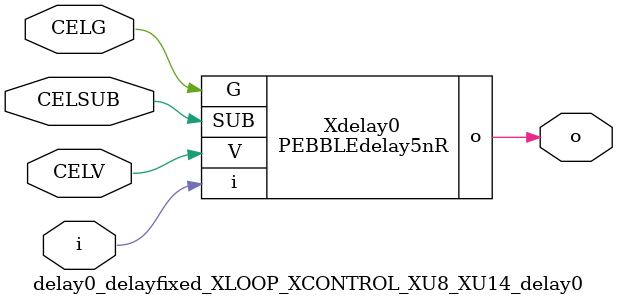
<source format=v>



module PEBBLEdelay5nR ( o, V, G, i, SUB );

  input V;
  input i;
  input G;
  output o;
  input SUB;
endmodule

//Celera Confidential Do Not Copy delay0_delayfixed_XLOOP_XCONTROL_XU8_XU14_delay0
//TYPE: fixed 5ns
module delay0_delayfixed_XLOOP_XCONTROL_XU8_XU14_delay0 (i, CELV, o,
CELG,CELSUB);
input CELV;
input i;
output o;
input CELSUB;
input CELG;

//Celera Confidential Do Not Copy delayfast0
PEBBLEdelay5nR Xdelay0(
.V (CELV),
.i (i),
.o (o),
.G (CELG),
.SUB (CELSUB)
);
//,diesize,PEBBLEdelay5nR

//Celera Confidential Do Not Copy Module End
//Celera Schematic Generator
endmodule

</source>
